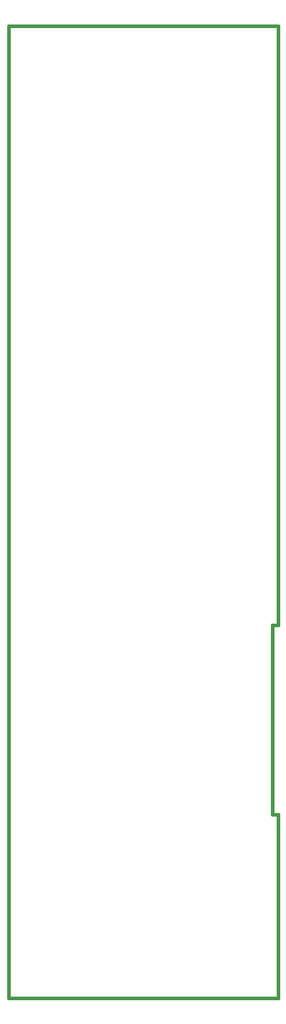
<source format=gbr>
G04 (created by PCBNEW-RS274X (2012-01-19 BZR 3256)-stable) date 12/6/2012 11:00:23 PM*
G01*
G70*
G90*
%MOIN*%
G04 Gerber Fmt 3.4, Leading zero omitted, Abs format*
%FSLAX34Y34*%
G04 APERTURE LIST*
%ADD10C,0.006000*%
%ADD11C,0.015000*%
G04 APERTURE END LIST*
G54D10*
G54D11*
X32000Y-60250D02*
X32250Y-60250D01*
X32250Y-69000D02*
X32000Y-69000D01*
X19750Y-77500D02*
X20250Y-77500D01*
X19750Y-32500D02*
X19750Y-77500D01*
X20250Y-32500D02*
X19750Y-32500D01*
X32250Y-77500D02*
X20250Y-77500D01*
X32250Y-77000D02*
X32250Y-77500D01*
X32250Y-32500D02*
X20250Y-32500D01*
X32250Y-33000D02*
X32250Y-32500D01*
X32250Y-60250D02*
X32250Y-33000D01*
X32250Y-69000D02*
X32250Y-77000D01*
X32000Y-69000D02*
X32000Y-60250D01*
M02*

</source>
